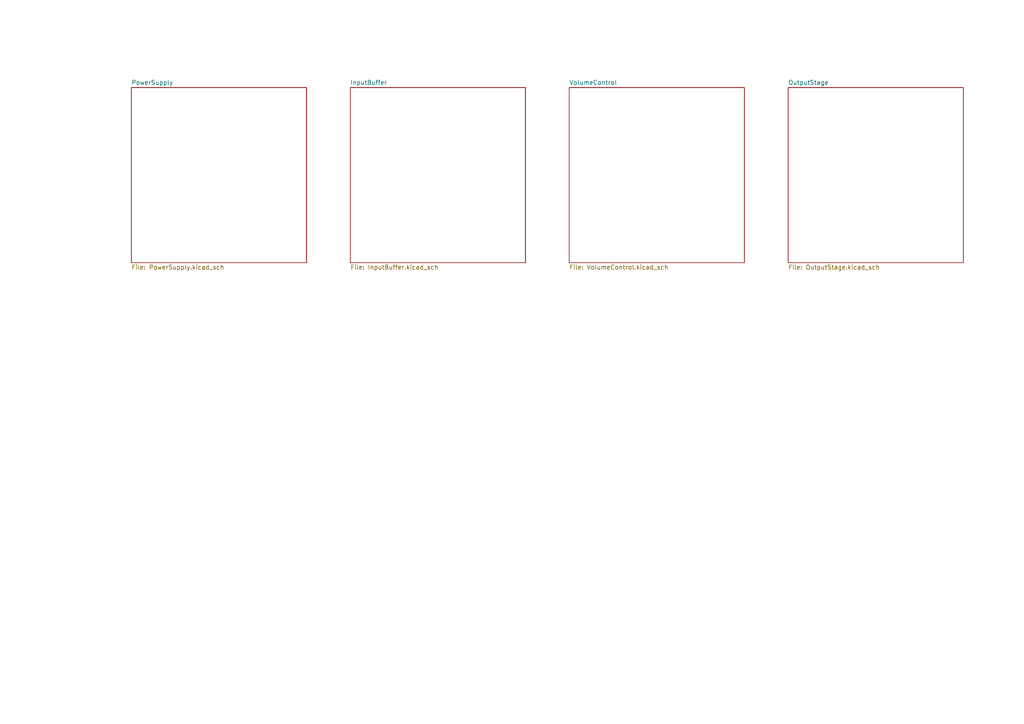
<source format=kicad_sch>
(kicad_sch (version 20211123) (generator eeschema)

  (uuid e63e39d7-6ac0-4ffd-8aa3-1841a4541b55)

  (paper "A4")

  (lib_symbols
  )


  (sheet (at 165.1 25.4) (size 50.8 50.8) (fields_autoplaced)
    (stroke (width 0.1524) (type solid) (color 0 0 0 0))
    (fill (color 0 0 0 0.0000))
    (uuid 3ba295d4-ac14-455b-8ca8-3428bd69918e)
    (property "Sheet name" "VolumeControl" (id 0) (at 165.1 24.6884 0)
      (effects (font (size 1.27 1.27)) (justify left bottom))
    )
    (property "Sheet file" "VolumeControl.kicad_sch" (id 1) (at 165.1 76.7846 0)
      (effects (font (size 1.27 1.27)) (justify left top))
    )
  )

  (sheet (at 101.6 25.4) (size 50.8 50.8) (fields_autoplaced)
    (stroke (width 0.1524) (type solid) (color 0 0 0 0))
    (fill (color 0 0 0 0.0000))
    (uuid 48c999ad-42cc-41db-8717-bc77e67fc80d)
    (property "Sheet name" "InputBuffer" (id 0) (at 101.6 24.6884 0)
      (effects (font (size 1.27 1.27)) (justify left bottom))
    )
    (property "Sheet file" "InputBuffer.kicad_sch" (id 1) (at 101.6 76.7846 0)
      (effects (font (size 1.27 1.27)) (justify left top))
    )
  )

  (sheet (at 38.1 25.4) (size 50.8 50.8) (fields_autoplaced)
    (stroke (width 0.1524) (type solid) (color 0 0 0 0))
    (fill (color 0 0 0 0.0000))
    (uuid 7030eb79-dc96-459b-8c83-5cdc3077b868)
    (property "Sheet name" "PowerSupply" (id 0) (at 38.1 24.6884 0)
      (effects (font (size 1.27 1.27)) (justify left bottom))
    )
    (property "Sheet file" "PowerSupply.kicad_sch" (id 1) (at 38.1 76.7846 0)
      (effects (font (size 1.27 1.27)) (justify left top))
    )
  )

  (sheet (at 228.6 25.4) (size 50.8 50.8) (fields_autoplaced)
    (stroke (width 0.1524) (type solid) (color 0 0 0 0))
    (fill (color 0 0 0 0.0000))
    (uuid c468da7c-510f-46cc-bc64-ccb8c4357210)
    (property "Sheet name" "OutputStage" (id 0) (at 228.6 24.6884 0)
      (effects (font (size 1.27 1.27)) (justify left bottom))
    )
    (property "Sheet file" "OutputStage.kicad_sch" (id 1) (at 228.6 76.7846 0)
      (effects (font (size 1.27 1.27)) (justify left top))
    )
  )

  (sheet_instances
    (path "/" (page "1"))
    (path "/7030eb79-dc96-459b-8c83-5cdc3077b868" (page "2"))
    (path "/48c999ad-42cc-41db-8717-bc77e67fc80d" (page "3"))
    (path "/3ba295d4-ac14-455b-8ca8-3428bd69918e" (page "4"))
    (path "/c468da7c-510f-46cc-bc64-ccb8c4357210" (page "5"))
  )

  (symbol_instances
    (path "/7030eb79-dc96-459b-8c83-5cdc3077b868/c780afca-ccc8-4198-8553-e0c1be2ff165"
      (reference "#PWR01") (unit 1) (value "VDD") (footprint "")
    )
    (path "/7030eb79-dc96-459b-8c83-5cdc3077b868/70f87aaf-2e84-40dd-a8e7-25da778e23cc"
      (reference "#PWR02") (unit 1) (value "+15V") (footprint "")
    )
    (path "/7030eb79-dc96-459b-8c83-5cdc3077b868/eb19cf97-050c-41d0-a718-cb75daebeb9a"
      (reference "#PWR03") (unit 1) (value "GND") (footprint "")
    )
    (path "/7030eb79-dc96-459b-8c83-5cdc3077b868/86c17970-563c-4cf2-a6bc-8af0879ea2d0"
      (reference "#PWR04") (unit 1) (value "+15V") (footprint "")
    )
    (path "/7030eb79-dc96-459b-8c83-5cdc3077b868/acb4efb8-8244-463d-849d-a7664e787e94"
      (reference "#PWR05") (unit 1) (value "+15V") (footprint "")
    )
    (path "/7030eb79-dc96-459b-8c83-5cdc3077b868/ad39bbc1-4c99-4d3f-97db-325ae53b3035"
      (reference "#PWR06") (unit 1) (value "+15V") (footprint "")
    )
    (path "/7030eb79-dc96-459b-8c83-5cdc3077b868/5e66e41b-7202-4c0a-8cfc-a45052e9fa2c"
      (reference "#PWR07") (unit 1) (value "+15V") (footprint "")
    )
    (path "/7030eb79-dc96-459b-8c83-5cdc3077b868/8fc7e41d-564a-4806-a298-d2ae4738fdee"
      (reference "#PWR08") (unit 1) (value "GND") (footprint "")
    )
    (path "/7030eb79-dc96-459b-8c83-5cdc3077b868/34269a81-81f5-437c-8fc6-32a6cf2e7c75"
      (reference "#PWR09") (unit 1) (value "GND") (footprint "")
    )
    (path "/7030eb79-dc96-459b-8c83-5cdc3077b868/40d03f49-bc93-47bd-9286-c0368d8dbd02"
      (reference "#PWR010") (unit 1) (value "GND") (footprint "")
    )
    (path "/7030eb79-dc96-459b-8c83-5cdc3077b868/a697b673-8e29-4933-ae5f-6f739f7e1cbb"
      (reference "#PWR011") (unit 1) (value "GND") (footprint "")
    )
    (path "/7030eb79-dc96-459b-8c83-5cdc3077b868/932ddc0d-ed5a-4ce1-9d56-4ba941d36dcd"
      (reference "#PWR012") (unit 1) (value "GND") (footprint "")
    )
    (path "/7030eb79-dc96-459b-8c83-5cdc3077b868/2b9e111c-0f4e-4dd0-81bc-0339c4479d43"
      (reference "#PWR013") (unit 1) (value "GND") (footprint "")
    )
    (path "/48c999ad-42cc-41db-8717-bc77e67fc80d/c173e3f8-4ad1-4fac-bea1-73d49e08adea"
      (reference "#PWR014") (unit 1) (value "GND") (footprint "")
    )
    (path "/48c999ad-42cc-41db-8717-bc77e67fc80d/18895307-57c8-47a5-91d4-a6b7feb5b8c8"
      (reference "#PWR015") (unit 1) (value "GND") (footprint "")
    )
    (path "/48c999ad-42cc-41db-8717-bc77e67fc80d/4fa49cdf-6b28-4cd3-93e6-20cae4523aa4"
      (reference "#PWR016") (unit 1) (value "GND") (footprint "")
    )
    (path "/48c999ad-42cc-41db-8717-bc77e67fc80d/ceab2226-f29f-4cd4-8d1d-d1f178b909f1"
      (reference "#PWR017") (unit 1) (value "GND") (footprint "")
    )
    (path "/48c999ad-42cc-41db-8717-bc77e67fc80d/76c05085-9bbe-48d5-a3d5-dd15d76260b6"
      (reference "#PWR018") (unit 1) (value "+15V") (footprint "")
    )
    (path "/48c999ad-42cc-41db-8717-bc77e67fc80d/348d683c-7bd0-494a-b3ec-e4b6303defac"
      (reference "#PWR019") (unit 1) (value "GND") (footprint "")
    )
    (path "/48c999ad-42cc-41db-8717-bc77e67fc80d/a3a7dc3e-30f5-4d41-85c6-b8487938b733"
      (reference "#PWR020") (unit 1) (value "+15V") (footprint "")
    )
    (path "/48c999ad-42cc-41db-8717-bc77e67fc80d/4fdf3984-8929-4df1-8c64-02fc8c44855d"
      (reference "#PWR021") (unit 1) (value "GND") (footprint "")
    )
    (path "/3ba295d4-ac14-455b-8ca8-3428bd69918e/45b7a6be-dd89-4389-9316-a7682e1be597"
      (reference "#PWR022") (unit 1) (value "+15V") (footprint "")
    )
    (path "/3ba295d4-ac14-455b-8ca8-3428bd69918e/754a5a1a-3f27-4e5a-ab7d-9c091f4b51ae"
      (reference "#PWR023") (unit 1) (value "+15V") (footprint "")
    )
    (path "/3ba295d4-ac14-455b-8ca8-3428bd69918e/dc751e03-553f-44b2-ae8f-f493962ff023"
      (reference "#PWR024") (unit 1) (value "GND") (footprint "")
    )
    (path "/3ba295d4-ac14-455b-8ca8-3428bd69918e/cfa7feb4-16e2-4151-b259-689b0088ff3d"
      (reference "#PWR025") (unit 1) (value "GND") (footprint "")
    )
    (path "/3ba295d4-ac14-455b-8ca8-3428bd69918e/1e743adb-910d-44b7-966a-c73bf4e16db7"
      (reference "#PWR026") (unit 1) (value "+15V") (footprint "")
    )
    (path "/3ba295d4-ac14-455b-8ca8-3428bd69918e/ed160d82-0293-4bf8-a3e0-fa7b3654e6ea"
      (reference "#PWR027") (unit 1) (value "+15V") (footprint "")
    )
    (path "/3ba295d4-ac14-455b-8ca8-3428bd69918e/db61cfcf-d45c-4e30-bbc5-83cd64c60437"
      (reference "#PWR028") (unit 1) (value "GND") (footprint "")
    )
    (path "/3ba295d4-ac14-455b-8ca8-3428bd69918e/a198896e-c2e0-4598-9d53-9ac8b78d3103"
      (reference "#PWR029") (unit 1) (value "GND") (footprint "")
    )
    (path "/c468da7c-510f-46cc-bc64-ccb8c4357210/afcdfdc8-7cc1-4a94-adf3-6e0e10e48778"
      (reference "#PWR030") (unit 1) (value "+15V") (footprint "")
    )
    (path "/c468da7c-510f-46cc-bc64-ccb8c4357210/b1f34f26-6840-4100-a2e0-f25560484c1a"
      (reference "#PWR031") (unit 1) (value "+15V") (footprint "")
    )
    (path "/c468da7c-510f-46cc-bc64-ccb8c4357210/1fab34bd-5cf8-4605-93ab-e1564a220bff"
      (reference "#PWR032") (unit 1) (value "+15V") (footprint "")
    )
    (path "/c468da7c-510f-46cc-bc64-ccb8c4357210/a337a272-d00c-4566-b778-e9c4bd7af636"
      (reference "#PWR033") (unit 1) (value "+15V") (footprint "")
    )
    (path "/c468da7c-510f-46cc-bc64-ccb8c4357210/14f1fb6f-d9d6-4ae8-9170-cac5b0658f94"
      (reference "#PWR035") (unit 1) (value "GND") (footprint "")
    )
    (path "/c468da7c-510f-46cc-bc64-ccb8c4357210/5d089961-71cc-4c30-a7c1-a688c8d5e8e4"
      (reference "#PWR036") (unit 1) (value "GND") (footprint "")
    )
    (path "/c468da7c-510f-46cc-bc64-ccb8c4357210/a7facb88-4d20-469d-8468-b844b498e4d5"
      (reference "#PWR037") (unit 1) (value "GND") (footprint "")
    )
    (path "/c468da7c-510f-46cc-bc64-ccb8c4357210/9e7b1f38-6a41-44df-aa23-f611d59be40a"
      (reference "#PWR038") (unit 1) (value "GND") (footprint "")
    )
    (path "/c468da7c-510f-46cc-bc64-ccb8c4357210/d7fdd53e-4a39-44c2-a20e-0dae17b70a87"
      (reference "#PWR040") (unit 1) (value "+15V") (footprint "")
    )
    (path "/c468da7c-510f-46cc-bc64-ccb8c4357210/65a72b14-6e18-431b-b82d-9d9ae4090a5c"
      (reference "#PWR041") (unit 1) (value "+15V") (footprint "")
    )
    (path "/c468da7c-510f-46cc-bc64-ccb8c4357210/3c55d882-21ac-44fa-bbf3-8cb5c4eae619"
      (reference "#PWR042") (unit 1) (value "+15V") (footprint "")
    )
    (path "/c468da7c-510f-46cc-bc64-ccb8c4357210/faebfe9c-6d43-413e-8060-1595043fc6cc"
      (reference "#PWR044") (unit 1) (value "GND") (footprint "")
    )
    (path "/c468da7c-510f-46cc-bc64-ccb8c4357210/8131f5d1-cd2e-42ae-8e9f-5cb833f326a7"
      (reference "#PWR045") (unit 1) (value "GND") (footprint "")
    )
    (path "/c468da7c-510f-46cc-bc64-ccb8c4357210/97fd2c10-d526-41a6-b343-55f0f8df556f"
      (reference "#PWR046") (unit 1) (value "GND") (footprint "")
    )
    (path "/c468da7c-510f-46cc-bc64-ccb8c4357210/a740c2af-f35f-4941-b32f-b28f7fb20e12"
      (reference "#PWR047") (unit 1) (value "GND") (footprint "")
    )
    (path "/c468da7c-510f-46cc-bc64-ccb8c4357210/55fc000c-9dd8-4656-b8f8-0e32aed01030"
      (reference "#PWR049") (unit 1) (value "+15V") (footprint "")
    )
    (path "/c468da7c-510f-46cc-bc64-ccb8c4357210/21c5a36f-b95b-4739-871e-4c8a89cc1274"
      (reference "#PWR050") (unit 1) (value "+15V") (footprint "")
    )
    (path "/c468da7c-510f-46cc-bc64-ccb8c4357210/54218525-6c65-478e-827c-1f19fa3c5626"
      (reference "#PWR051") (unit 1) (value "+15V") (footprint "")
    )
    (path "/c468da7c-510f-46cc-bc64-ccb8c4357210/9697395d-e553-43dc-8b6a-b09f0f684ba4"
      (reference "#PWR052") (unit 1) (value "+15V") (footprint "")
    )
    (path "/c468da7c-510f-46cc-bc64-ccb8c4357210/010ba0ce-54a0-4828-83b6-9af951411bad"
      (reference "#PWR054") (unit 1) (value "GND") (footprint "")
    )
    (path "/c468da7c-510f-46cc-bc64-ccb8c4357210/f053ebf4-71c0-4f22-a2d7-72e45e2ee8cf"
      (reference "#PWR055") (unit 1) (value "GND") (footprint "")
    )
    (path "/c468da7c-510f-46cc-bc64-ccb8c4357210/409567ba-c252-4bfa-82b6-8587fb91b7fc"
      (reference "#PWR056") (unit 1) (value "GND") (footprint "")
    )
    (path "/c468da7c-510f-46cc-bc64-ccb8c4357210/3263d6dd-92b0-4b4c-943d-58a4d8f1ddf0"
      (reference "#PWR057") (unit 1) (value "GND") (footprint "")
    )
    (path "/c468da7c-510f-46cc-bc64-ccb8c4357210/55fbf7f7-fd1a-4cdf-8be0-a8f434554915"
      (reference "#PWR059") (unit 1) (value "+15V") (footprint "")
    )
    (path "/c468da7c-510f-46cc-bc64-ccb8c4357210/cdb1f7f6-ed18-4d10-bffe-2183a5120656"
      (reference "#PWR060") (unit 1) (value "+15V") (footprint "")
    )
    (path "/c468da7c-510f-46cc-bc64-ccb8c4357210/83483d4a-e1b0-4b59-8093-b88813762be4"
      (reference "#PWR061") (unit 1) (value "+15V") (footprint "")
    )
    (path "/c468da7c-510f-46cc-bc64-ccb8c4357210/d49db526-4d67-4bf2-bee0-588a59392f53"
      (reference "#PWR063") (unit 1) (value "GND") (footprint "")
    )
    (path "/c468da7c-510f-46cc-bc64-ccb8c4357210/27d5c3b8-451e-4621-a111-284ad1eb5168"
      (reference "#PWR064") (unit 1) (value "GND") (footprint "")
    )
    (path "/c468da7c-510f-46cc-bc64-ccb8c4357210/e9cbf706-4e41-4fb9-9069-e7e98e72778b"
      (reference "#PWR065") (unit 1) (value "GND") (footprint "")
    )
    (path "/c468da7c-510f-46cc-bc64-ccb8c4357210/35948e2d-d869-481a-a7c8-03db09b75176"
      (reference "#PWR066") (unit 1) (value "GND") (footprint "")
    )
    (path "/7030eb79-dc96-459b-8c83-5cdc3077b868/f3d9b5b0-a80d-4914-84a9-edf7c0d07f1f"
      (reference "C1") (unit 1) (value "10u") (footprint "")
    )
    (path "/7030eb79-dc96-459b-8c83-5cdc3077b868/c7d322b5-2cc7-4ab4-953c-5ca2eb1d4d62"
      (reference "C2") (unit 1) (value "10n") (footprint "")
    )
    (path "/7030eb79-dc96-459b-8c83-5cdc3077b868/0882c4c7-117a-4fb4-b51a-f2c7951bd043"
      (reference "C3") (unit 1) (value "100u") (footprint "")
    )
    (path "/7030eb79-dc96-459b-8c83-5cdc3077b868/db881d36-3c8e-4335-85df-84c38fe30351"
      (reference "C4") (unit 1) (value "100n") (footprint "")
    )
    (path "/7030eb79-dc96-459b-8c83-5cdc3077b868/9b6beb85-c905-4e5c-91ed-fc11247fb524"
      (reference "C5") (unit 1) (value "10n") (footprint "")
    )
    (path "/7030eb79-dc96-459b-8c83-5cdc3077b868/cfd54637-8848-4e64-9cf5-f6ca821eb6b5"
      (reference "C6") (unit 1) (value "10u") (footprint "")
    )
    (path "/7030eb79-dc96-459b-8c83-5cdc3077b868/6bd00117-7926-4c18-9743-2146c31da493"
      (reference "C7") (unit 1) (value "10u") (footprint "")
    )
    (path "/7030eb79-dc96-459b-8c83-5cdc3077b868/4258b5c3-b425-43bf-87be-30d32c883bbe"
      (reference "C8") (unit 1) (value "100n") (footprint "")
    )
    (path "/7030eb79-dc96-459b-8c83-5cdc3077b868/beea1da0-11b5-4c5b-950f-de855b012dfc"
      (reference "C9") (unit 1) (value "100n") (footprint "")
    )
    (path "/48c999ad-42cc-41db-8717-bc77e67fc80d/b507e6a0-fdbd-46e2-af82-406973f7b7e0"
      (reference "C10") (unit 1) (value "1n") (footprint "")
    )
    (path "/48c999ad-42cc-41db-8717-bc77e67fc80d/e2fac427-75db-480a-85e8-bf555476ce17"
      (reference "C11") (unit 1) (value "1n") (footprint "")
    )
    (path "/48c999ad-42cc-41db-8717-bc77e67fc80d/072f5690-73ec-4f9b-a5ef-6b49ef841123"
      (reference "C12") (unit 1) (value "4u7") (footprint "")
    )
    (path "/48c999ad-42cc-41db-8717-bc77e67fc80d/9d435f4d-786c-450e-8fd8-e12197601891"
      (reference "C13") (unit 1) (value "4u7") (footprint "")
    )
    (path "/48c999ad-42cc-41db-8717-bc77e67fc80d/6f5c63b1-a751-4461-9737-1ffb0c9f2153"
      (reference "C14") (unit 1) (value "100n") (footprint "")
    )
    (path "/48c999ad-42cc-41db-8717-bc77e67fc80d/773f0452-458f-4547-81f6-b5574e68957a"
      (reference "C15") (unit 1) (value "100n") (footprint "")
    )
    (path "/3ba295d4-ac14-455b-8ca8-3428bd69918e/77edb87d-3ca1-4c18-97c6-20e8ae7ec6a3"
      (reference "C16") (unit 1) (value "220u") (footprint "")
    )
    (path "/3ba295d4-ac14-455b-8ca8-3428bd69918e/254c8e15-91ec-4776-a97b-e712d171853d"
      (reference "C17") (unit 1) (value "220u") (footprint "")
    )
    (path "/3ba295d4-ac14-455b-8ca8-3428bd69918e/e96ca23f-b74a-4d5e-9201-d3f3da7d1a83"
      (reference "C18") (unit 1) (value "10u") (footprint "")
    )
    (path "/3ba295d4-ac14-455b-8ca8-3428bd69918e/b8ea5f0b-32a4-43fe-8168-65d4622e7c15"
      (reference "C19") (unit 1) (value "10u") (footprint "")
    )
    (path "/3ba295d4-ac14-455b-8ca8-3428bd69918e/b28fea2d-deb2-4d09-a38e-f8eb857e5906"
      (reference "C20") (unit 1) (value "470p") (footprint "")
    )
    (path "/3ba295d4-ac14-455b-8ca8-3428bd69918e/7704cfd7-0a98-4c88-902f-c555e7b65cd3"
      (reference "C21") (unit 1) (value "470p") (footprint "")
    )
    (path "/3ba295d4-ac14-455b-8ca8-3428bd69918e/acab69cd-94b2-4934-aa18-947955badaa0"
      (reference "C22") (unit 1) (value "100n") (footprint "")
    )
    (path "/3ba295d4-ac14-455b-8ca8-3428bd69918e/a0c1893d-5782-4adb-9367-e488d2932fa6"
      (reference "C23") (unit 1) (value "100n") (footprint "")
    )
    (path "/3ba295d4-ac14-455b-8ca8-3428bd69918e/e8fe7a0a-749c-430b-a18f-44c549f90b45"
      (reference "C24") (unit 1) (value "100p") (footprint "")
    )
    (path "/3ba295d4-ac14-455b-8ca8-3428bd69918e/5a043f1a-dacd-44b9-a04a-5aaeb30cd9a3"
      (reference "C25") (unit 1) (value "100p") (footprint "")
    )
    (path "/3ba295d4-ac14-455b-8ca8-3428bd69918e/840243c4-800f-446b-be28-52f2d17f7e69"
      (reference "C26") (unit 1) (value "100n") (footprint "")
    )
    (path "/3ba295d4-ac14-455b-8ca8-3428bd69918e/96aaf4c4-76e5-4b10-840c-21b8f5edf876"
      (reference "C27") (unit 1) (value "100n") (footprint "")
    )
    (path "/3ba295d4-ac14-455b-8ca8-3428bd69918e/0d424dfa-d161-44ac-85d1-499c50cace50"
      (reference "C28") (unit 1) (value "100p") (footprint "")
    )
    (path "/3ba295d4-ac14-455b-8ca8-3428bd69918e/b48b00b9-7bb7-4871-8230-05e7e7e9ce56"
      (reference "C29") (unit 1) (value "100p") (footprint "")
    )
    (path "/c468da7c-510f-46cc-bc64-ccb8c4357210/11e993bf-b644-4682-98be-10e1ae54c58d"
      (reference "C30") (unit 1) (value "10u") (footprint "")
    )
    (path "/c468da7c-510f-46cc-bc64-ccb8c4357210/40b0d56e-015d-4fd0-a502-2670dd0164ba"
      (reference "C31") (unit 1) (value "100n") (footprint "")
    )
    (path "/c468da7c-510f-46cc-bc64-ccb8c4357210/d5cb14a5-4417-4042-9227-7a046d811d2a"
      (reference "C32") (unit 1) (value "100n") (footprint "")
    )
    (path "/c468da7c-510f-46cc-bc64-ccb8c4357210/535d558e-e230-4ee8-8553-ca4ade38f525"
      (reference "C33") (unit 1) (value "100n") (footprint "")
    )
    (path "/c468da7c-510f-46cc-bc64-ccb8c4357210/a847090c-da13-459e-97ca-478bc3497d8b"
      (reference "C34") (unit 1) (value "100n") (footprint "")
    )
    (path "/c468da7c-510f-46cc-bc64-ccb8c4357210/4326a1c7-c34f-4155-acef-2e944173287f"
      (reference "C36") (unit 1) (value "2200u") (footprint "")
    )
    (path "/c468da7c-510f-46cc-bc64-ccb8c4357210/76bc0017-51b3-45da-b0ce-7ade624b3219"
      (reference "C37") (unit 1) (value "100n") (footprint "")
    )
    (path "/c468da7c-510f-46cc-bc64-ccb8c4357210/adf9ea0c-8518-402a-874a-a2a3f8f6afc5"
      (reference "C38") (unit 1) (value "100n") (footprint "")
    )
    (path "/c468da7c-510f-46cc-bc64-ccb8c4357210/18120ae7-1b20-4754-ab89-58edaba5b7fa"
      (reference "C39") (unit 1) (value "100n") (footprint "")
    )
    (path "/c468da7c-510f-46cc-bc64-ccb8c4357210/8e94aaff-c27d-4307-b051-ad3154796cb4"
      (reference "C41") (unit 1) (value "10u") (footprint "")
    )
    (path "/c468da7c-510f-46cc-bc64-ccb8c4357210/b92376ce-3783-467a-a907-3948951cec65"
      (reference "C42") (unit 1) (value "100n") (footprint "")
    )
    (path "/c468da7c-510f-46cc-bc64-ccb8c4357210/eb10b11a-87df-497a-b6aa-b40fa5297945"
      (reference "C43") (unit 1) (value "100n") (footprint "")
    )
    (path "/c468da7c-510f-46cc-bc64-ccb8c4357210/52468a91-c6ee-4aa3-8646-15f333a2c931"
      (reference "C44") (unit 1) (value "100n") (footprint "")
    )
    (path "/c468da7c-510f-46cc-bc64-ccb8c4357210/30644448-a61b-4cfc-a625-90a8d5fdc739"
      (reference "C45") (unit 1) (value "100n") (footprint "")
    )
    (path "/c468da7c-510f-46cc-bc64-ccb8c4357210/ae7b151f-a644-4ed7-bfca-2a4f55c0cca3"
      (reference "C47") (unit 1) (value "2200u") (footprint "")
    )
    (path "/c468da7c-510f-46cc-bc64-ccb8c4357210/aee1bdf2-61f4-488b-b078-2baaafe0751e"
      (reference "C48") (unit 1) (value "100n") (footprint "")
    )
    (path "/c468da7c-510f-46cc-bc64-ccb8c4357210/a5c545de-0a1d-45fa-ae7f-4a57078cad0a"
      (reference "C49") (unit 1) (value "100n") (footprint "")
    )
    (path "/c468da7c-510f-46cc-bc64-ccb8c4357210/a78b1022-fe5a-46a1-b28f-f6da81bab06f"
      (reference "C50") (unit 1) (value "100n") (footprint "")
    )
    (path "/7030eb79-dc96-459b-8c83-5cdc3077b868/e981f168-abbe-49a5-a29e-d572a0d4726d"
      (reference "D1") (unit 1) (value "1N4002") (footprint "")
    )
    (path "/7030eb79-dc96-459b-8c83-5cdc3077b868/b8036236-255b-42f5-8dd4-0a0ad3f13f17"
      (reference "D2") (unit 1) (value "1N4002") (footprint "")
    )
    (path "/7030eb79-dc96-459b-8c83-5cdc3077b868/5ff873cf-ea87-467f-a2a2-8563e10903cb"
      (reference "J1") (unit 1) (value "Conn_01x02_Male") (footprint "")
    )
    (path "/3ba295d4-ac14-455b-8ca8-3428bd69918e/061d5b9e-cfca-4ce2-b68f-6112285dd736"
      (reference "J2") (unit 1) (value "Conn_01x03_Male") (footprint "")
    )
    (path "/3ba295d4-ac14-455b-8ca8-3428bd69918e/fe5543a3-17d5-4ab3-963b-6e662bf1bf49"
      (reference "J3") (unit 1) (value "Conn_01x03_Male") (footprint "")
    )
    (path "/7030eb79-dc96-459b-8c83-5cdc3077b868/c3275f67-ba4c-48e9-b30c-a91547d0a6ad"
      (reference "R1") (unit 1) (value "240R") (footprint "")
    )
    (path "/7030eb79-dc96-459b-8c83-5cdc3077b868/583d4ae2-9f9b-4cd1-a7cd-6b9212c1fab2"
      (reference "R2") (unit 1) (value "2k64") (footprint "")
    )
    (path "/7030eb79-dc96-459b-8c83-5cdc3077b868/d75708cb-c33f-466d-93fd-bbd405612683"
      (reference "R3") (unit 1) (value "2K2") (footprint "")
    )
    (path "/7030eb79-dc96-459b-8c83-5cdc3077b868/1fd9f406-e393-4a5a-bcd0-7c7a141d4345"
      (reference "R4") (unit 1) (value "2K2") (footprint "")
    )
    (path "/7030eb79-dc96-459b-8c83-5cdc3077b868/6f5a0a59-85cf-4b1a-995e-9eac2a77d6df"
      (reference "R5") (unit 1) (value "10R") (footprint "")
    )
    (path "/7030eb79-dc96-459b-8c83-5cdc3077b868/86f08251-d040-4b0d-8bec-99dccfcc40a1"
      (reference "R6") (unit 1) (value "10R") (footprint "")
    )
    (path "/7030eb79-dc96-459b-8c83-5cdc3077b868/2cb4e061-81db-4d8e-bb58-ee9991d70ff5"
      (reference "R7") (unit 1) (value "2K2") (footprint "")
    )
    (path "/7030eb79-dc96-459b-8c83-5cdc3077b868/5a97dec2-d7a0-49a5-a7ed-d5cc72ff4ea7"
      (reference "R8") (unit 1) (value "2K2") (footprint "")
    )
    (path "/7030eb79-dc96-459b-8c83-5cdc3077b868/1419c6f0-b3d3-428e-b38d-925bc593d059"
      (reference "R9") (unit 1) (value "10R") (footprint "")
    )
    (path "/7030eb79-dc96-459b-8c83-5cdc3077b868/7df59890-fdce-4a74-93a9-f19c0bd7b8cd"
      (reference "R10") (unit 1) (value "10R") (footprint "")
    )
    (path "/48c999ad-42cc-41db-8717-bc77e67fc80d/665861bb-3c85-43bc-9dc7-9c72219f317e"
      (reference "R11") (unit 1) (value "100R") (footprint "")
    )
    (path "/48c999ad-42cc-41db-8717-bc77e67fc80d/965a120b-a467-48e8-b015-c3c7bbc0f832"
      (reference "R12") (unit 1) (value "100R") (footprint "")
    )
    (path "/48c999ad-42cc-41db-8717-bc77e67fc80d/529b11cf-c3a2-4d4a-a7a9-4fc91fa41f6a"
      (reference "R13") (unit 1) (value "22K") (footprint "")
    )
    (path "/48c999ad-42cc-41db-8717-bc77e67fc80d/3ee06c63-bce1-472e-b5c4-f02b97cbc152"
      (reference "R14") (unit 1) (value "22K") (footprint "")
    )
    (path "/48c999ad-42cc-41db-8717-bc77e67fc80d/65f561ac-d2b5-42d5-9f59-16ceaca974aa"
      (reference "R15") (unit 1) (value "22K") (footprint "")
    )
    (path "/48c999ad-42cc-41db-8717-bc77e67fc80d/68758253-6787-4058-91f9-f7a3696b65b7"
      (reference "R16") (unit 1) (value "22K") (footprint "")
    )
    (path "/48c999ad-42cc-41db-8717-bc77e67fc80d/b16c2710-3802-4e9d-ba15-80d351c61063"
      (reference "R17") (unit 1) (value "10R") (footprint "")
    )
    (path "/48c999ad-42cc-41db-8717-bc77e67fc80d/d26b715b-d734-419d-a9e1-2c629e53127e"
      (reference "R18") (unit 1) (value "10R") (footprint "")
    )
    (path "/48c999ad-42cc-41db-8717-bc77e67fc80d/77e91837-dd70-4640-be80-d1ff42e52426"
      (reference "R19") (unit 1) (value "10R") (footprint "")
    )
    (path "/48c999ad-42cc-41db-8717-bc77e67fc80d/de349a6e-9a8b-4fa4-b352-e6e159c734af"
      (reference "R20") (unit 1) (value "10R") (footprint "")
    )
    (path "/3ba295d4-ac14-455b-8ca8-3428bd69918e/64bbf49f-8bce-4b84-b3b2-5670f8fb1ddd"
      (reference "R21") (unit 1) (value "1K") (footprint "")
    )
    (path "/3ba295d4-ac14-455b-8ca8-3428bd69918e/26f53d95-a2e7-4b88-ace8-1e2c673f373d"
      (reference "R22") (unit 1) (value "1K") (footprint "")
    )
    (path "/3ba295d4-ac14-455b-8ca8-3428bd69918e/809c5656-03ed-4619-ba4e-56f968d02f22"
      (reference "R23") (unit 1) (value "3K3") (footprint "")
    )
    (path "/3ba295d4-ac14-455b-8ca8-3428bd69918e/02d6e2a5-50eb-48cd-8df8-b7fefe60e4ce"
      (reference "R24") (unit 1) (value "3K3") (footprint "")
    )
    (path "/3ba295d4-ac14-455b-8ca8-3428bd69918e/146792f5-346c-477d-b5db-e119b6307653"
      (reference "R25") (unit 1) (value "3K3") (footprint "")
    )
    (path "/3ba295d4-ac14-455b-8ca8-3428bd69918e/6378b4ff-e8c0-4f90-bc05-7e7ddab28783"
      (reference "R26") (unit 1) (value "3K3") (footprint "")
    )
    (path "/3ba295d4-ac14-455b-8ca8-3428bd69918e/93f8b7db-a199-4e06-8cc4-cd52ce9eaea7"
      (reference "R27") (unit 1) (value "1K") (footprint "")
    )
    (path "/3ba295d4-ac14-455b-8ca8-3428bd69918e/a9d33cc4-8284-484a-b547-7fa9878ff9bf"
      (reference "R28") (unit 1) (value "1K") (footprint "")
    )
    (path "/3ba295d4-ac14-455b-8ca8-3428bd69918e/b68a2ff1-7ae9-4cc7-add6-5fc67e629c35"
      (reference "R29") (unit 1) (value "1K") (footprint "")
    )
    (path "/3ba295d4-ac14-455b-8ca8-3428bd69918e/89551293-5fe9-44ed-bff1-7891baa78c9c"
      (reference "R30") (unit 1) (value "1K") (footprint "")
    )
    (path "/3ba295d4-ac14-455b-8ca8-3428bd69918e/0f948f2f-1b3b-4182-a707-ef59a3eddea6"
      (reference "R31") (unit 1) (value "47K") (footprint "")
    )
    (path "/3ba295d4-ac14-455b-8ca8-3428bd69918e/13759c71-bc63-400b-9ef7-d35ba5a0bea2"
      (reference "R32") (unit 1) (value "47K") (footprint "")
    )
    (path "/3ba295d4-ac14-455b-8ca8-3428bd69918e/d170f462-d0de-4009-82a9-542f0bee0df9"
      (reference "R33") (unit 1) (value "1K") (footprint "")
    )
    (path "/3ba295d4-ac14-455b-8ca8-3428bd69918e/5cfe2ced-7f86-4b60-8217-26cce587806c"
      (reference "R34") (unit 1) (value "1K") (footprint "")
    )
    (path "/3ba295d4-ac14-455b-8ca8-3428bd69918e/af1e1eb7-aac8-4934-b65d-ce8a8d6457ad"
      (reference "R35") (unit 1) (value "10R") (footprint "")
    )
    (path "/3ba295d4-ac14-455b-8ca8-3428bd69918e/9e721a74-3945-4761-95e0-6cac2e918983"
      (reference "R36") (unit 1) (value "10R") (footprint "")
    )
    (path "/3ba295d4-ac14-455b-8ca8-3428bd69918e/76581a00-e763-4bc3-a5d6-04cb4a6069ef"
      (reference "R37") (unit 1) (value "5K6") (footprint "")
    )
    (path "/3ba295d4-ac14-455b-8ca8-3428bd69918e/af051f28-2ef8-47f3-af50-80d8f398c548"
      (reference "R38") (unit 1) (value "5K6") (footprint "")
    )
    (path "/3ba295d4-ac14-455b-8ca8-3428bd69918e/935ecd9c-7774-4acd-a57b-4eca94695c6c"
      (reference "R39") (unit 1) (value "1K") (footprint "")
    )
    (path "/3ba295d4-ac14-455b-8ca8-3428bd69918e/cf59b3ab-cd3f-47b0-9564-946f5543e974"
      (reference "R40") (unit 1) (value "1K") (footprint "")
    )
    (path "/3ba295d4-ac14-455b-8ca8-3428bd69918e/696cd8b0-4732-4343-a95f-d9e02c126158"
      (reference "R41") (unit 1) (value "10R") (footprint "")
    )
    (path "/3ba295d4-ac14-455b-8ca8-3428bd69918e/0a68e118-2f19-4e69-a40b-31160b3ae06b"
      (reference "R42") (unit 1) (value "10R") (footprint "")
    )
    (path "/3ba295d4-ac14-455b-8ca8-3428bd69918e/cb02b314-c11a-47ae-b5c6-fc01c416f85d"
      (reference "R43") (unit 1) (value "5K6") (footprint "")
    )
    (path "/3ba295d4-ac14-455b-8ca8-3428bd69918e/91b0f1b9-6368-444e-bc36-a29327e503c7"
      (reference "R44") (unit 1) (value "5K6") (footprint "")
    )
    (path "/c468da7c-510f-46cc-bc64-ccb8c4357210/72d97000-94a1-4219-a09e-e44f67390bc8"
      (reference "R45") (unit 1) (value "10K") (footprint "")
    )
    (path "/c468da7c-510f-46cc-bc64-ccb8c4357210/7ead2ad9-4bec-47e3-b435-79ded0155389"
      (reference "R46") (unit 1) (value "10R") (footprint "")
    )
    (path "/c468da7c-510f-46cc-bc64-ccb8c4357210/e78bab41-673a-4298-b9b8-11e2cebf83b7"
      (reference "R47") (unit 1) (value "1R") (footprint "")
    )
    (path "/c468da7c-510f-46cc-bc64-ccb8c4357210/4fade956-2257-4ed4-8622-603f99025f77"
      (reference "R48") (unit 1) (value "1R") (footprint "")
    )
    (path "/c468da7c-510f-46cc-bc64-ccb8c4357210/bb34df4c-675c-4019-86ae-b5295c297971"
      (reference "R49") (unit 1) (value "1R") (footprint "")
    )
    (path "/c468da7c-510f-46cc-bc64-ccb8c4357210/5ff51eee-d194-4f82-80af-b7af684b0084"
      (reference "R51") (unit 1) (value "10R") (footprint "")
    )
    (path "/c468da7c-510f-46cc-bc64-ccb8c4357210/4bdbe27c-eca8-468f-83c2-3988e8d3c47f"
      (reference "R52") (unit 1) (value "1R") (footprint "")
    )
    (path "/c468da7c-510f-46cc-bc64-ccb8c4357210/76b0f06b-d3d0-4563-8f11-e9db025b89f7"
      (reference "R53") (unit 1) (value "1R") (footprint "")
    )
    (path "/c468da7c-510f-46cc-bc64-ccb8c4357210/b37df989-cfb9-4c24-b84f-91d1231a1bdd"
      (reference "R54") (unit 1) (value "1R") (footprint "")
    )
    (path "/c468da7c-510f-46cc-bc64-ccb8c4357210/fc95d7b5-cb0b-4117-a37b-6f91f7961389"
      (reference "R56") (unit 1) (value "1R") (footprint "")
    )
    (path "/c468da7c-510f-46cc-bc64-ccb8c4357210/27ec1c80-2190-427e-88c9-df1a45636a42"
      (reference "R57") (unit 1) (value "1R") (footprint "")
    )
    (path "/c468da7c-510f-46cc-bc64-ccb8c4357210/4e2e9337-3185-4697-abf4-10b18a169fde"
      (reference "R58") (unit 1) (value "1R") (footprint "")
    )
    (path "/c468da7c-510f-46cc-bc64-ccb8c4357210/4877dd7d-97e0-483f-8b12-ea7a527776c1"
      (reference "R60") (unit 1) (value "10R") (footprint "")
    )
    (path "/c468da7c-510f-46cc-bc64-ccb8c4357210/fe0b6647-02b5-486f-9435-ab4eb6f5504f"
      (reference "R61") (unit 1) (value "10K") (footprint "")
    )
    (path "/c468da7c-510f-46cc-bc64-ccb8c4357210/f74c499a-8d37-4c53-a1b6-61eaff191bef"
      (reference "R62") (unit 1) (value "1R") (footprint "")
    )
    (path "/c468da7c-510f-46cc-bc64-ccb8c4357210/b016f491-264f-421d-a752-2436a5ffaf7f"
      (reference "R63") (unit 1) (value "1R") (footprint "")
    )
    (path "/c468da7c-510f-46cc-bc64-ccb8c4357210/198b804c-4828-4892-b550-3e2969145d8c"
      (reference "R64") (unit 1) (value "1R") (footprint "")
    )
    (path "/c468da7c-510f-46cc-bc64-ccb8c4357210/c5ec8046-c038-410c-9f56-10682a44a941"
      (reference "R66") (unit 1) (value "10K") (footprint "")
    )
    (path "/c468da7c-510f-46cc-bc64-ccb8c4357210/164d36eb-8038-45d9-bdca-2ed6ed353d73"
      (reference "R67") (unit 1) (value "10R") (footprint "")
    )
    (path "/c468da7c-510f-46cc-bc64-ccb8c4357210/ccb514b6-4fba-41ad-a4f4-0e9d9230f72d"
      (reference "R68") (unit 1) (value "1R") (footprint "")
    )
    (path "/c468da7c-510f-46cc-bc64-ccb8c4357210/733fca51-014e-41c0-8644-83a272948ed2"
      (reference "R69") (unit 1) (value "1R") (footprint "")
    )
    (path "/c468da7c-510f-46cc-bc64-ccb8c4357210/e9f7f800-e581-4c6b-bf30-2025b77ecb02"
      (reference "R70") (unit 1) (value "1R") (footprint "")
    )
    (path "/c468da7c-510f-46cc-bc64-ccb8c4357210/b2ff8b0c-2932-4102-ad64-f6bc67f2c790"
      (reference "R72") (unit 1) (value "10R") (footprint "")
    )
    (path "/c468da7c-510f-46cc-bc64-ccb8c4357210/ff077edb-1e34-4c0a-bc12-89e5e3fbfae4"
      (reference "R73") (unit 1) (value "1R") (footprint "")
    )
    (path "/c468da7c-510f-46cc-bc64-ccb8c4357210/c3554950-a7b9-4c6c-9ed1-a783ea982795"
      (reference "R74") (unit 1) (value "1R") (footprint "")
    )
    (path "/c468da7c-510f-46cc-bc64-ccb8c4357210/9f45a18c-cc05-4c51-aa93-33ce7bcf1c52"
      (reference "R75") (unit 1) (value "1R") (footprint "")
    )
    (path "/c468da7c-510f-46cc-bc64-ccb8c4357210/c44e7870-33a5-4e29-92d1-e7d751648a55"
      (reference "R77") (unit 1) (value "10R") (footprint "")
    )
    (path "/c468da7c-510f-46cc-bc64-ccb8c4357210/5d127c00-5389-4e4a-89ac-e19a754c15fd"
      (reference "R78") (unit 1) (value "1R") (footprint "")
    )
    (path "/c468da7c-510f-46cc-bc64-ccb8c4357210/85939615-c02e-451c-9ca1-4693fa36d1f9"
      (reference "R79") (unit 1) (value "1R") (footprint "")
    )
    (path "/c468da7c-510f-46cc-bc64-ccb8c4357210/7d9b05ba-bfab-4307-a950-be635f7b8dc9"
      (reference "R80") (unit 1) (value "1R") (footprint "")
    )
    (path "/c468da7c-510f-46cc-bc64-ccb8c4357210/b68fcfb0-6667-460b-a77b-edb851e93eff"
      (reference "R82") (unit 1) (value "10K") (footprint "")
    )
    (path "/c468da7c-510f-46cc-bc64-ccb8c4357210/8ac2c013-e3a2-4062-96f0-6bf32f6dc703"
      (reference "R83") (unit 1) (value "1R") (footprint "")
    )
    (path "/c468da7c-510f-46cc-bc64-ccb8c4357210/e4691e04-09c2-4b29-aa3c-57dcd6130afa"
      (reference "R84") (unit 1) (value "1R") (footprint "")
    )
    (path "/c468da7c-510f-46cc-bc64-ccb8c4357210/8838d1ea-c93e-42f7-ab0a-ff1b1535bf1e"
      (reference "R85") (unit 1) (value "1R") (footprint "")
    )
    (path "/7030eb79-dc96-459b-8c83-5cdc3077b868/cc8b4646-8656-41ff-8571-30f0ed990a17"
      (reference "U1") (unit 1) (value "LM317_TO-252") (footprint "Package_TO_SOT_SMD:TO-252-2")
    )
    (path "/7030eb79-dc96-459b-8c83-5cdc3077b868/905eb411-c7f4-48a2-aff6-69de741632a4"
      (reference "U2") (unit 1) (value "NE5532") (footprint "Package_SO:SOIC-8_3.9x4.9mm_P1.27mm")
    )
    (path "/7030eb79-dc96-459b-8c83-5cdc3077b868/22ce6a69-f560-4400-b381-a7cff22ec149"
      (reference "U2") (unit 2) (value "NE5532") (footprint "Package_SO:SOIC-8_3.9x4.9mm_P1.27mm")
    )
    (path "/7030eb79-dc96-459b-8c83-5cdc3077b868/5ea07a90-416f-4344-b26b-9d7805c6b4ca"
      (reference "U2") (unit 3) (value "NE5532") (footprint "Package_SO:SOIC-8_3.9x4.9mm_P1.27mm")
    )
    (path "/7030eb79-dc96-459b-8c83-5cdc3077b868/035f0019-b896-4fa2-84cd-6cdcf918d4eb"
      (reference "U3") (unit 1) (value "NE5532") (footprint "Package_SO:SOIC-8_3.9x4.9mm_P1.27mm")
    )
    (path "/7030eb79-dc96-459b-8c83-5cdc3077b868/4af9eeee-86e6-40dd-b6d4-f96b6d200364"
      (reference "U3") (unit 2) (value "NE5532") (footprint "Package_SO:SOIC-8_3.9x4.9mm_P1.27mm")
    )
    (path "/7030eb79-dc96-459b-8c83-5cdc3077b868/b1d0c0b1-1fff-4b59-95c7-35eb7d2b953c"
      (reference "U3") (unit 3) (value "NE5532") (footprint "Package_SO:SOIC-8_3.9x4.9mm_P1.27mm")
    )
    (path "/48c999ad-42cc-41db-8717-bc77e67fc80d/8ad5848a-561a-40aa-86c4-fa7a3267ad80"
      (reference "U4") (unit 1) (value "NE5532") (footprint "Package_SO:SOIC-8_3.9x4.9mm_P1.27mm")
    )
    (path "/48c999ad-42cc-41db-8717-bc77e67fc80d/1ae3a25a-65b7-41de-adf2-facb3759acb3"
      (reference "U4") (unit 2) (value "NE5532") (footprint "Package_SO:SOIC-8_3.9x4.9mm_P1.27mm")
    )
    (path "/48c999ad-42cc-41db-8717-bc77e67fc80d/6b8dceed-5469-4296-ad00-9068db9fc20f"
      (reference "U4") (unit 3) (value "NE5532") (footprint "Package_SO:SOIC-8_3.9x4.9mm_P1.27mm")
    )
    (path "/48c999ad-42cc-41db-8717-bc77e67fc80d/470650da-6dbd-4ebc-809c-1f2116fc4aa9"
      (reference "U5") (unit 1) (value "NE5532") (footprint "Package_SO:SOIC-8_3.9x4.9mm_P1.27mm")
    )
    (path "/48c999ad-42cc-41db-8717-bc77e67fc80d/557d70ee-aaf0-4720-94f2-f439ac481abb"
      (reference "U5") (unit 2) (value "NE5532") (footprint "Package_SO:SOIC-8_3.9x4.9mm_P1.27mm")
    )
    (path "/48c999ad-42cc-41db-8717-bc77e67fc80d/7c247f34-e867-4da5-aa61-3268025eec3f"
      (reference "U5") (unit 3) (value "NE5532") (footprint "Package_SO:SOIC-8_3.9x4.9mm_P1.27mm")
    )
    (path "/3ba295d4-ac14-455b-8ca8-3428bd69918e/9e2c4fc6-8f94-4611-98cb-51d24f4c2d66"
      (reference "U6") (unit 1) (value "NE5532") (footprint "Package_SO:SOIC-8_3.9x4.9mm_P1.27mm")
    )
    (path "/3ba295d4-ac14-455b-8ca8-3428bd69918e/b980a03f-7c22-4b95-b4b6-1b894cbd7c61"
      (reference "U6") (unit 2) (value "NE5532") (footprint "Package_SO:SOIC-8_3.9x4.9mm_P1.27mm")
    )
    (path "/3ba295d4-ac14-455b-8ca8-3428bd69918e/438a5073-ccf4-4653-b843-c68ddf332977"
      (reference "U6") (unit 3) (value "NE5532") (footprint "Package_SO:SOIC-8_3.9x4.9mm_P1.27mm")
    )
    (path "/3ba295d4-ac14-455b-8ca8-3428bd69918e/055d3fd4-1df9-4d01-b977-39e054b88b20"
      (reference "U7") (unit 1) (value "NE5532") (footprint "Package_SO:SOIC-8_3.9x4.9mm_P1.27mm")
    )
    (path "/3ba295d4-ac14-455b-8ca8-3428bd69918e/f5df469e-d42f-4599-9b2b-6e6cae0ad822"
      (reference "U7") (unit 2) (value "NE5532") (footprint "Package_SO:SOIC-8_3.9x4.9mm_P1.27mm")
    )
    (path "/3ba295d4-ac14-455b-8ca8-3428bd69918e/cb44fee8-7c2e-47f8-bff0-5a95718e0a74"
      (reference "U7") (unit 3) (value "NE5532") (footprint "Package_SO:SOIC-8_3.9x4.9mm_P1.27mm")
    )
    (path "/3ba295d4-ac14-455b-8ca8-3428bd69918e/329b8979-2d2a-47fa-b424-ef91759dbb7d"
      (reference "U8") (unit 1) (value "NE5532") (footprint "Package_SO:SOIC-8_3.9x4.9mm_P1.27mm")
    )
    (path "/3ba295d4-ac14-455b-8ca8-3428bd69918e/869fcee5-b69e-48b0-97b7-e56e39a33f82"
      (reference "U8") (unit 2) (value "NE5532") (footprint "Package_SO:SOIC-8_3.9x4.9mm_P1.27mm")
    )
    (path "/3ba295d4-ac14-455b-8ca8-3428bd69918e/8cb728ef-7455-4a15-8c69-f1099dedd937"
      (reference "U8") (unit 3) (value "NE5532") (footprint "Package_SO:SOIC-8_3.9x4.9mm_P1.27mm")
    )
    (path "/3ba295d4-ac14-455b-8ca8-3428bd69918e/ff665ec0-746e-48f2-a237-ecb61b102344"
      (reference "U9") (unit 1) (value "NE5532") (footprint "Package_SO:SOIC-8_3.9x4.9mm_P1.27mm")
    )
    (path "/3ba295d4-ac14-455b-8ca8-3428bd69918e/41c3a9fb-00c5-46be-b6ab-7963bba51523"
      (reference "U9") (unit 2) (value "NE5532") (footprint "Package_SO:SOIC-8_3.9x4.9mm_P1.27mm")
    )
    (path "/3ba295d4-ac14-455b-8ca8-3428bd69918e/69ecc3f2-2d9b-4c44-80e6-b70d0a0383fe"
      (reference "U9") (unit 3) (value "NE5532") (footprint "Package_SO:SOIC-8_3.9x4.9mm_P1.27mm")
    )
    (path "/c468da7c-510f-46cc-bc64-ccb8c4357210/cf9065d3-4106-4dcc-ba0c-3e1eb8834a27"
      (reference "U10") (unit 1) (value "NE5532") (footprint "Package_SO:SOIC-8_3.9x4.9mm_P1.27mm")
    )
    (path "/c468da7c-510f-46cc-bc64-ccb8c4357210/02e3a758-9544-47ea-9150-db3fc8cb18f5"
      (reference "U10") (unit 2) (value "NE5532") (footprint "Package_SO:SOIC-8_3.9x4.9mm_P1.27mm")
    )
    (path "/c468da7c-510f-46cc-bc64-ccb8c4357210/33e1d075-176a-41b2-9c7c-2c4466cfbecc"
      (reference "U10") (unit 3) (value "NE5532") (footprint "Package_SO:SOIC-8_3.9x4.9mm_P1.27mm")
    )
    (path "/c468da7c-510f-46cc-bc64-ccb8c4357210/3e1551bd-c088-4cdc-88af-f0b8430ce7cb"
      (reference "U11") (unit 1) (value "NE5532") (footprint "Package_SO:SOIC-8_3.9x4.9mm_P1.27mm")
    )
    (path "/c468da7c-510f-46cc-bc64-ccb8c4357210/a2c8617d-810c-49ff-a37c-b14c2c005919"
      (reference "U11") (unit 2) (value "NE5532") (footprint "Package_SO:SOIC-8_3.9x4.9mm_P1.27mm")
    )
    (path "/c468da7c-510f-46cc-bc64-ccb8c4357210/6a925797-fb06-4d93-8a6e-9855b67a7e76"
      (reference "U11") (unit 3) (value "NE5532") (footprint "Package_SO:SOIC-8_3.9x4.9mm_P1.27mm")
    )
    (path "/c468da7c-510f-46cc-bc64-ccb8c4357210/93e4b749-e22a-4fd2-aaae-636981334cf8"
      (reference "U12") (unit 1) (value "NE5532") (footprint "Package_SO:SOIC-8_3.9x4.9mm_P1.27mm")
    )
    (path "/c468da7c-510f-46cc-bc64-ccb8c4357210/1cff1ab0-6f53-4adb-9289-bf3da8c22a70"
      (reference "U12") (unit 2) (value "NE5532") (footprint "Package_SO:SOIC-8_3.9x4.9mm_P1.27mm")
    )
    (path "/c468da7c-510f-46cc-bc64-ccb8c4357210/97042ef4-d153-4367-a39a-da2f81a6cb8b"
      (reference "U12") (unit 3) (value "NE5532") (footprint "Package_SO:SOIC-8_3.9x4.9mm_P1.27mm")
    )
    (path "/c468da7c-510f-46cc-bc64-ccb8c4357210/e06e019a-3c70-47b2-83b4-f946b7bbec14"
      (reference "U13") (unit 1) (value "NE5532") (footprint "Package_SO:SOIC-8_3.9x4.9mm_P1.27mm")
    )
    (path "/c468da7c-510f-46cc-bc64-ccb8c4357210/308ff804-1f3e-49a1-84ef-ddad1f04286c"
      (reference "U13") (unit 2) (value "NE5532") (footprint "Package_SO:SOIC-8_3.9x4.9mm_P1.27mm")
    )
    (path "/c468da7c-510f-46cc-bc64-ccb8c4357210/369124ac-ebfc-4abf-9712-3dd8ff64ee1d"
      (reference "U13") (unit 3) (value "NE5532") (footprint "Package_SO:SOIC-8_3.9x4.9mm_P1.27mm")
    )
    (path "/c468da7c-510f-46cc-bc64-ccb8c4357210/6d0e1e81-19d2-46a1-b2b2-6fc338500d8c"
      (reference "U15") (unit 1) (value "NE5532") (footprint "Package_SO:SOIC-8_3.9x4.9mm_P1.27mm")
    )
    (path "/c468da7c-510f-46cc-bc64-ccb8c4357210/394a442d-8e52-4752-8f51-946eb5d5c98d"
      (reference "U15") (unit 2) (value "NE5532") (footprint "Package_SO:SOIC-8_3.9x4.9mm_P1.27mm")
    )
    (path "/c468da7c-510f-46cc-bc64-ccb8c4357210/e20ef19f-e706-4527-9c20-f42cd7ebdc78"
      (reference "U15") (unit 3) (value "NE5532") (footprint "Package_SO:SOIC-8_3.9x4.9mm_P1.27mm")
    )
    (path "/c468da7c-510f-46cc-bc64-ccb8c4357210/035922d5-2b4f-4b10-9ed6-8d47923624bc"
      (reference "U16") (unit 1) (value "NE5532") (footprint "Package_SO:SOIC-8_3.9x4.9mm_P1.27mm")
    )
    (path "/c468da7c-510f-46cc-bc64-ccb8c4357210/ff747125-4cc5-478c-996f-918c9212d9b8"
      (reference "U16") (unit 2) (value "NE5532") (footprint "Package_SO:SOIC-8_3.9x4.9mm_P1.27mm")
    )
    (path "/c468da7c-510f-46cc-bc64-ccb8c4357210/05f40ff5-2f0e-422e-b5f7-4ed6fe2877d9"
      (reference "U16") (unit 3) (value "NE5532") (footprint "Package_SO:SOIC-8_3.9x4.9mm_P1.27mm")
    )
    (path "/c468da7c-510f-46cc-bc64-ccb8c4357210/b7627fbf-71b5-4ab4-94db-2c9034111399"
      (reference "U17") (unit 1) (value "NE5532") (footprint "Package_SO:SOIC-8_3.9x4.9mm_P1.27mm")
    )
    (path "/c468da7c-510f-46cc-bc64-ccb8c4357210/47cf5d9e-555a-483a-9f98-3e166b0f277f"
      (reference "U17") (unit 2) (value "NE5532") (footprint "Package_SO:SOIC-8_3.9x4.9mm_P1.27mm")
    )
    (path "/c468da7c-510f-46cc-bc64-ccb8c4357210/2404df90-919d-44d5-b8fb-6c90d536ca3a"
      (reference "U17") (unit 3) (value "NE5532") (footprint "Package_SO:SOIC-8_3.9x4.9mm_P1.27mm")
    )
    (path "/c468da7c-510f-46cc-bc64-ccb8c4357210/3bdae2a9-c202-4c72-be7a-2cb8229b67e4"
      (reference "U19") (unit 1) (value "NE5532") (footprint "Package_SO:SOIC-8_3.9x4.9mm_P1.27mm")
    )
    (path "/c468da7c-510f-46cc-bc64-ccb8c4357210/fb5c7a25-3cb7-41aa-9365-dd834388c673"
      (reference "U19") (unit 2) (value "NE5532") (footprint "Package_SO:SOIC-8_3.9x4.9mm_P1.27mm")
    )
    (path "/c468da7c-510f-46cc-bc64-ccb8c4357210/ad7b61ed-e15b-4e37-8189-0ccf54fbbca9"
      (reference "U19") (unit 3) (value "NE5532") (footprint "Package_SO:SOIC-8_3.9x4.9mm_P1.27mm")
    )
    (path "/c468da7c-510f-46cc-bc64-ccb8c4357210/64ae4b8a-798d-4e7d-aaf3-d5b922361555"
      (reference "U20") (unit 1) (value "NE5532") (footprint "Package_SO:SOIC-8_3.9x4.9mm_P1.27mm")
    )
    (path "/c468da7c-510f-46cc-bc64-ccb8c4357210/a5fcffa7-2593-4f6d-82b8-4dc5d65ba521"
      (reference "U20") (unit 2) (value "NE5532") (footprint "Package_SO:SOIC-8_3.9x4.9mm_P1.27mm")
    )
    (path "/c468da7c-510f-46cc-bc64-ccb8c4357210/b0841696-c411-4ca2-86e4-204f46cb60ec"
      (reference "U20") (unit 3) (value "NE5532") (footprint "Package_SO:SOIC-8_3.9x4.9mm_P1.27mm")
    )
    (path "/c468da7c-510f-46cc-bc64-ccb8c4357210/18a79525-f22d-4f10-86d7-3cd1a705a0ac"
      (reference "U21") (unit 1) (value "NE5532") (footprint "Package_SO:SOIC-8_3.9x4.9mm_P1.27mm")
    )
    (path "/c468da7c-510f-46cc-bc64-ccb8c4357210/5b1e389d-24bd-4079-ae36-187b108ab2e5"
      (reference "U21") (unit 2) (value "NE5532") (footprint "Package_SO:SOIC-8_3.9x4.9mm_P1.27mm")
    )
    (path "/c468da7c-510f-46cc-bc64-ccb8c4357210/f52636de-e6e3-4170-a297-a1df5e4e1cd9"
      (reference "U21") (unit 3) (value "NE5532") (footprint "Package_SO:SOIC-8_3.9x4.9mm_P1.27mm")
    )
    (path "/c468da7c-510f-46cc-bc64-ccb8c4357210/eff29ea1-158a-4c98-9797-c7f58beb29c9"
      (reference "U22") (unit 1) (value "NE5532") (footprint "Package_SO:SOIC-8_3.9x4.9mm_P1.27mm")
    )
    (path "/c468da7c-510f-46cc-bc64-ccb8c4357210/a1e5607f-55a4-4e28-9d45-80c3ff1ff1e4"
      (reference "U22") (unit 2) (value "NE5532") (footprint "Package_SO:SOIC-8_3.9x4.9mm_P1.27mm")
    )
    (path "/c468da7c-510f-46cc-bc64-ccb8c4357210/a6b605a6-2780-4313-9253-5c7a397d1af4"
      (reference "U22") (unit 3) (value "NE5532") (footprint "Package_SO:SOIC-8_3.9x4.9mm_P1.27mm")
    )
    (path "/c468da7c-510f-46cc-bc64-ccb8c4357210/43ffdd2d-97ff-4d2a-ae30-cc8acb7c5ec8"
      (reference "U24") (unit 1) (value "NE5532") (footprint "Package_SO:SOIC-8_3.9x4.9mm_P1.27mm")
    )
    (path "/c468da7c-510f-46cc-bc64-ccb8c4357210/7da303bf-c9cf-4108-8bfc-edb25b99c28c"
      (reference "U24") (unit 2) (value "NE5532") (footprint "Package_SO:SOIC-8_3.9x4.9mm_P1.27mm")
    )
    (path "/c468da7c-510f-46cc-bc64-ccb8c4357210/c2fe74e9-8569-4b85-9127-3c795b042e72"
      (reference "U24") (unit 3) (value "NE5532") (footprint "Package_SO:SOIC-8_3.9x4.9mm_P1.27mm")
    )
    (path "/c468da7c-510f-46cc-bc64-ccb8c4357210/da616ba2-7cc7-47c5-aef0-b5ad53cacd07"
      (reference "U25") (unit 1) (value "NE5532") (footprint "Package_SO:SOIC-8_3.9x4.9mm_P1.27mm")
    )
    (path "/c468da7c-510f-46cc-bc64-ccb8c4357210/f550b71d-7259-4044-8465-399058a309fe"
      (reference "U25") (unit 2) (value "NE5532") (footprint "Package_SO:SOIC-8_3.9x4.9mm_P1.27mm")
    )
    (path "/c468da7c-510f-46cc-bc64-ccb8c4357210/bafce860-83b4-4280-80d3-fb1dabb779bd"
      (reference "U25") (unit 3) (value "NE5532") (footprint "Package_SO:SOIC-8_3.9x4.9mm_P1.27mm")
    )
    (path "/c468da7c-510f-46cc-bc64-ccb8c4357210/33fba433-0759-4f28-9419-f9cd63d516bd"
      (reference "U26") (unit 1) (value "NE5532") (footprint "Package_SO:SOIC-8_3.9x4.9mm_P1.27mm")
    )
    (path "/c468da7c-510f-46cc-bc64-ccb8c4357210/8e9a9a25-ef16-41ab-8e69-126095704765"
      (reference "U26") (unit 2) (value "NE5532") (footprint "Package_SO:SOIC-8_3.9x4.9mm_P1.27mm")
    )
    (path "/c468da7c-510f-46cc-bc64-ccb8c4357210/59d29b4f-59b7-4d43-9f73-b8b97b5c2f08"
      (reference "U26") (unit 3) (value "NE5532") (footprint "Package_SO:SOIC-8_3.9x4.9mm_P1.27mm")
    )
  )
)

</source>
